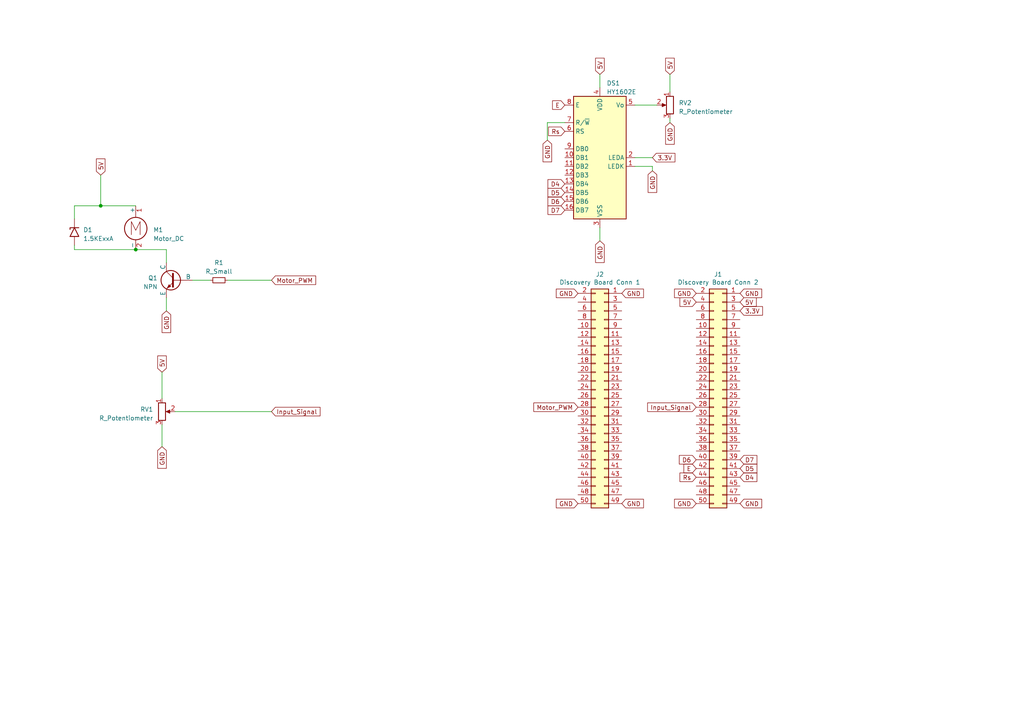
<source format=kicad_sch>
(kicad_sch (version 20230121) (generator eeschema)
  (paper "A4")
  (title_block (title "Moped Controller") (rev "v2") (company "University of Denver"))
  (lib_symbols
    (symbol "Connector_Generic:Conn_02x25_Odd_Even" (pin_names (offset 1.016) hide)
      (property "Reference" "J" (at 1.27 33.02 0))
      (property "Value" "Conn_02x25_Odd_Even" (at 1.27 -33.02 0))
      (symbol "Conn_02x25_Odd_Even_1_1"
        (rectangle (start -1.27 -30.353) (end 0 -30.607) (stroke (width 0.1524)))
        (rectangle (start -1.27 -27.813) (end 0 -28.067) (stroke (width 0.1524)))
        (rectangle (start -1.27 -25.273) (end 0 -25.527) (stroke (width 0.1524)))
        (rectangle (start -1.27 -22.733) (end 0 -22.987) (stroke (width 0.1524)))
        (rectangle (start -1.27 -20.193) (end 0 -20.447) (stroke (width 0.1524)))
        (rectangle (start -1.27 -17.653) (end 0 -17.907) (stroke (width 0.1524)))
        (rectangle (start -1.27 -15.113) (end 0 -15.367) (stroke (width 0.1524)))
        (rectangle (start -1.27 -12.573) (end 0 -12.827) (stroke (width 0.1524)))
        (rectangle (start -1.27 -10.033) (end 0 -10.287) (stroke (width 0.1524)))
        (rectangle (start -1.27 -7.493) (end 0 -7.747) (stroke (width 0.1524)))
        (rectangle (start -1.27 -4.953) (end 0 -5.207) (stroke (width 0.1524)))
        (rectangle (start -1.27 -2.413) (end 0 -2.667) (stroke (width 0.1524)))
        (rectangle (start -1.27 0.127) (end 0 -0.127) (stroke (width 0.1524)))
        (rectangle (start -1.27 2.667) (end 0 2.413) (stroke (width 0.1524)))
        (rectangle (start -1.27 5.207) (end 0 4.953) (stroke (width 0.1524)))
        (rectangle (start -1.27 7.747) (end 0 7.493) (stroke (width 0.1524)))
        (rectangle (start -1.27 10.287) (end 0 10.033) (stroke (width 0.1524)))
        (rectangle (start -1.27 12.827) (end 0 12.573) (stroke (width 0.1524)))
        (rectangle (start -1.27 15.367) (end 0 15.113) (stroke (width 0.1524)))
        (rectangle (start -1.27 17.907) (end 0 17.653) (stroke (width 0.1524)))
        (rectangle (start -1.27 20.447) (end 0 20.193) (stroke (width 0.1524)))
        (rectangle (start -1.27 22.987) (end 0 22.733) (stroke (width 0.1524)))
        (rectangle (start -1.27 25.527) (end 0 25.273) (stroke (width 0.1524)))
        (rectangle (start -1.27 28.067) (end 0 27.813) (stroke (width 0.1524)))
        (rectangle (start -1.27 30.607) (end 0 30.353) (stroke (width 0.1524)))
        (rectangle (start -1.27 31.75) (end 3.81 -31.75) (stroke (width 0.254)) (fill (type background)))
        (rectangle (start 3.81 -30.353) (end 2.54 -30.607) (stroke (width 0.1524)))
        (rectangle (start 3.81 -27.813) (end 2.54 -28.067) (stroke (width 0.1524)))
        (rectangle (start 3.81 -25.273) (end 2.54 -25.527) (stroke (width 0.1524)))
        (rectangle (start 3.81 -22.733) (end 2.54 -22.987) (stroke (width 0.1524)))
        (rectangle (start 3.81 -20.193) (end 2.54 -20.447) (stroke (width 0.1524)))
        (rectangle (start 3.81 -17.653) (end 2.54 -17.907) (stroke (width 0.1524)))
        (rectangle (start 3.81 -15.113) (end 2.54 -15.367) (stroke (width 0.1524)))
        (rectangle (start 3.81 -12.573) (end 2.54 -12.827) (stroke (width 0.1524)))
        (rectangle (start 3.81 -10.033) (end 2.54 -10.287) (stroke (width 0.1524)))
        (rectangle (start 3.81 -7.493) (end 2.54 -7.747) (stroke (width 0.1524)))
        (rectangle (start 3.81 -4.953) (end 2.54 -5.207) (stroke (width 0.1524)))
        (rectangle (start 3.81 -2.413) (end 2.54 -2.667) (stroke (width 0.1524)))
        (rectangle (start 3.81 0.127) (end 2.54 -0.127) (stroke (width 0.1524)))
        (rectangle (start 3.81 2.667) (end 2.54 2.413) (stroke (width 0.1524)))
        (rectangle (start 3.81 5.207) (end 2.54 4.953) (stroke (width 0.1524)))
        (rectangle (start 3.81 7.747) (end 2.54 7.493) (stroke (width 0.1524)))
        (rectangle (start 3.81 10.287) (end 2.54 10.033) (stroke (width 0.1524)))
        (rectangle (start 3.81 12.827) (end 2.54 12.573) (stroke (width 0.1524)))
        (rectangle (start 3.81 15.367) (end 2.54 15.113) (stroke (width 0.1524)))
        (rectangle (start 3.81 17.907) (end 2.54 17.653) (stroke (width 0.1524)))
        (rectangle (start 3.81 20.447) (end 2.54 20.193) (stroke (width 0.1524)))
        (rectangle (start 3.81 22.987) (end 2.54 22.733) (stroke (width 0.1524)))
        (rectangle (start 3.81 25.527) (end 2.54 25.273) (stroke (width 0.1524)))
        (rectangle (start 3.81 28.067) (end 2.54 27.813) (stroke (width 0.1524)))
        (rectangle (start 3.81 30.607) (end 2.54 30.353) (stroke (width 0.1524)))
        (pin passive line (at -5.08 30.48 0) (length 3.81) (name "Pin_1") (number "1"))
        (pin passive line (at 7.62 20.32 180) (length 3.81) (name "Pin_10") (number "10"))
        (pin passive line (at -5.08 17.78 0) (length 3.81) (name "Pin_11") (number "11"))
        (pin passive line (at 7.62 17.78 180) (length 3.81) (name "Pin_12") (number "12"))
        (pin passive line (at -5.08 15.24 0) (length 3.81) (name "Pin_13") (number "13"))
        (pin passive line (at 7.62 15.24 180) (length 3.81) (name "Pin_14") (number "14"))
        (pin passive line (at -5.08 12.7 0) (length 3.81) (name "Pin_15") (number "15"))
        (pin passive line (at 7.62 12.7 180) (length 3.81) (name "Pin_16") (number "16"))
        (pin passive line (at -5.08 10.16 0) (length 3.81) (name "Pin_17") (number "17"))
        (pin passive line (at 7.62 10.16 180) (length 3.81) (name "Pin_18") (number "18"))
        (pin passive line (at -5.08 7.62 0) (length 3.81) (name "Pin_19") (number "19"))
        (pin passive line (at 7.62 30.48 180) (length 3.81) (name "Pin_2") (number "2"))
        (pin passive line (at 7.62 7.62 180) (length 3.81) (name "Pin_20") (number "20"))
        (pin passive line (at -5.08 5.08 0) (length 3.81) (name "Pin_21") (number "21"))
        (pin passive line (at 7.62 5.08 180) (length 3.81) (name "Pin_22") (number "22"))
        (pin passive line (at -5.08 2.54 0) (length 3.81) (name "Pin_23") (number "23"))
        (pin passive line (at 7.62 2.54 180) (length 3.81) (name "Pin_24") (number "24"))
        (pin passive line (at -5.08 0 0) (length 3.81) (name "Pin_25") (number "25"))
        (pin passive line (at 7.62 0 180) (length 3.81) (name "Pin_26") (number "26"))
        (pin passive line (at -5.08 -2.54 0) (length 3.81) (name "Pin_27") (number "27"))
        (pin passive line (at 7.62 -2.54 180) (length 3.81) (name "Pin_28") (number "28"))
        (pin passive line (at -5.08 -5.08 0) (length 3.81) (name "Pin_29") (number "29"))
        (pin passive line (at -5.08 27.94 0) (length 3.81) (name "Pin_3") (number "3"))
        (pin passive line (at 7.62 -5.08 180) (length 3.81) (name "Pin_30") (number "30"))
        (pin passive line (at -5.08 -7.62 0) (length 3.81) (name "Pin_31") (number "31"))
        (pin passive line (at 7.62 -7.62 180) (length 3.81) (name "Pin_32") (number "32"))
        (pin passive line (at -5.08 -10.16 0) (length 3.81) (name "Pin_33") (number "33"))
        (pin passive line (at 7.62 -10.16 180) (length 3.81) (name "Pin_34") (number "34"))
        (pin passive line (at -5.08 -12.7 0) (length 3.81) (name "Pin_35") (number "35"))
        (pin passive line (at 7.62 -12.7 180) (length 3.81) (name "Pin_36") (number "36"))
        (pin passive line (at -5.08 -15.24 0) (length 3.81) (name "Pin_37") (number "37"))
        (pin passive line (at 7.62 -15.24 180) (length 3.81) (name "Pin_38") (number "38"))
        (pin passive line (at -5.08 -17.78 0) (length 3.81) (name "Pin_39") (number "39"))
        (pin passive line (at 7.62 27.94 180) (length 3.81) (name "Pin_4") (number "4"))
        (pin passive line (at 7.62 -17.78 180) (length 3.81) (name "Pin_40") (number "40"))
        (pin passive line (at -5.08 -20.32 0) (length 3.81) (name "Pin_41") (number "41"))
        (pin passive line (at 7.62 -20.32 180) (length 3.81) (name "Pin_42") (number "42"))
        (pin passive line (at -5.08 -22.86 0) (length 3.81) (name "Pin_43") (number "43"))
        (pin passive line (at 7.62 -22.86 180) (length 3.81) (name "Pin_44") (number "44"))
        (pin passive line (at -5.08 -25.4 0) (length 3.81) (name "Pin_45") (number "45"))
        (pin passive line (at 7.62 -25.4 180) (length 3.81) (name "Pin_46") (number "46"))
        (pin passive line (at -5.08 -27.94 0) (length 3.81) (name "Pin_47") (number "47"))
        (pin passive line (at 7.62 -27.94 180) (length 3.81) (name "Pin_48") (number "48"))
        (pin passive line (at -5.08 -30.48 0) (length 3.81) (name "Pin_49") (number "49"))
        (pin passive line (at -5.08 25.4 0) (length 3.81) (name "Pin_5") (number "5"))
        (pin passive line (at 7.62 -30.48 180) (length 3.81) (name "Pin_50") (number "50"))
        (pin passive line (at 7.62 25.4 180) (length 3.81) (name "Pin_6") (number "6"))
        (pin passive line (at -5.08 22.86 0) (length 3.81) (name "Pin_7") (number "7"))
        (pin passive line (at 7.62 22.86 180) (length 3.81) (name "Pin_8") (number "8"))
        (pin passive line (at -5.08 20.32 0) (length 3.81) (name "Pin_9") (number "9"))
      )
    )
    (symbol "Device:R_Potentiometer" (pin_names (offset 1.016) hide)
      (property "Reference" "RV" (at -4.445 0 90))
      (property "Value" "R_Potentiometer" (at -2.54 0 90))
      (symbol "R_Potentiometer_0_1"
        (polyline (pts (xy 2.54 0) (xy 1.524 0)))
        (polyline (pts (xy 1.143 0) (xy 2.286 0.508) (xy 2.286 -0.508) (xy 1.143 0)) (fill (type outline)))
        (rectangle (start 1.016 2.54) (end -1.016 -2.54) (stroke (width 0.254)))
      )
      (symbol "R_Potentiometer_1_1"
        (pin passive line (at 0 3.81 270) (length 1.27) (name "1") (number "1"))
        (pin passive line (at 3.81 0 180) (length 1.27) (name "2") (number "2"))
        (pin passive line (at 0 -3.81 90) (length 1.27) (name "3") (number "3"))
      )
    )
    (symbol "Device:R_Small" (pin_numbers hide) (pin_names (offset 0.254) hide)
      (property "Reference" "R" (at 0.762 0.508 0))
      (property "Value" "R_Small" (at 0.762 -1.016 0))
      (symbol "R_Small_0_1"
        (rectangle (start -0.762 1.778) (end 0.762 -1.778) (stroke (width 0.2032)))
      )
      (symbol "R_Small_1_1"
        (pin passive line (at 0 2.54 270) (length 0.762) (name "~") (number "1"))
        (pin passive line (at 0 -2.54 90) (length 0.762) (name "~") (number "2"))
      )
    )
    (symbol "Diode:1.5KExxA" (pin_numbers hide) (pin_names (offset 1.016) hide)
      (property "Reference" "D" (at 0 2.54 0))
      (property "Value" "1.5KExxA" (at 0 -2.54 0))
      (symbol "1.5KExxA_0_1"
        (polyline (pts (xy -0.762 1.27) (xy -1.27 1.27) (xy -1.27 -1.27)) (stroke (width 0.254)))
        (polyline (pts (xy 1.27 1.27) (xy 1.27 -1.27) (xy -1.27 0) (xy 1.27 1.27)) (stroke (width 0.254)))
      )
      (symbol "1.5KExxA_1_1"
        (pin passive line (at -3.81 0 0) (length 2.54) (name "A1") (number "1"))
        (pin passive line (at 3.81 0 180) (length 2.54) (name "A2") (number "2"))
      )
    )
    (symbol "Display_Character:HY1602E"
      (property "Reference" "DS" (at -6.096 19.05 0))
      (property "Value" "HY1602E" (at 5.08 19.05 0))
      (symbol "HY1602E_0_1"
        (rectangle (start -7.62 17.78) (end 7.62 -17.78) (stroke (width 0.254)) (fill (type background)))
      )
      (symbol "HY1602E_1_1"
        (pin passive line (at 10.16 -2.54 180) (length 2.54) (name "LEDK") (number "1"))
        (pin bidirectional line (at -10.16 0 0) (length 2.54) (name "DB1") (number "10"))
        (pin bidirectional line (at -10.16 -2.54 0) (length 2.54) (name "DB2") (number "11"))
        (pin bidirectional line (at -10.16 -5.08 0) (length 2.54) (name "DB3") (number "12"))
        (pin bidirectional line (at -10.16 -7.62 0) (length 2.54) (name "DB4") (number "13"))
        (pin bidirectional line (at -10.16 -10.16 0) (length 2.54) (name "DB5") (number "14"))
        (pin bidirectional line (at -10.16 -12.7 0) (length 2.54) (name "DB6") (number "15"))
        (pin bidirectional line (at -10.16 -15.24 0) (length 2.54) (name "DB7") (number "16"))
        (pin passive line (at 10.16 0 180) (length 2.54) (name "LEDA") (number "2"))
        (pin power_in line (at 0 -20.32 90) (length 2.54) (name "VSS") (number "3"))
        (pin power_in line (at 0 20.32 270) (length 2.54) (name "VDD") (number "4"))
        (pin input line (at 10.16 15.24 180) (length 2.54) (name "Vo") (number "5"))
        (pin input line (at -10.16 7.62 0) (length 2.54) (name "RS") (number "6"))
        (pin input line (at -10.16 10.16 0) (length 2.54) (name "R/~{W}") (number "7"))
        (pin input line (at -10.16 15.24 0) (length 2.54) (name "E") (number "8"))
        (pin bidirectional line (at -10.16 2.54 0) (length 2.54) (name "DB0") (number "9"))
      )
    )
    (symbol "Motor:Motor_DC" (pin_names (offset 0))
      (property "Reference" "M" (at 2.54 2.54 0))
      (property "Value" "Motor_DC" (at 2.54 -5.08 0))
      (symbol "Motor_DC_0_0"
        (polyline (pts (xy -1.27 -3.302) (xy -1.27 0.508) (xy 0 -2.032) (xy 1.27 0.508) (xy 1.27 -3.302)))
      )
      (symbol "Motor_DC_0_1"
        (circle (center 0 -1.524) (radius 3.2512) (stroke (width 0.254)))
        (polyline (pts (xy 0 -7.62) (xy 0 -7.112)))
        (polyline (pts (xy 0 -4.7752) (xy 0 -5.1816)))
        (polyline (pts (xy 0 1.7272) (xy 0 2.0828)))
        (polyline (pts (xy 0 2.032) (xy 0 2.54)))
      )
      (symbol "Motor_DC_1_1"
        (pin passive line (at 0 5.08 270) (length 2.54) (name "+") (number "1"))
        (pin passive line (at 0 -7.62 90) (length 2.54) (name "-") (number "2"))
      )
    )
    (symbol "Simulation_SPICE:NPN" (pin_numbers hide) (pin_names (offset 0))
      (property "Reference" "Q" (at -2.54 7.62 0))
      (property "Value" "NPN" (at -2.54 5.08 0))
      (symbol "NPN_0_1"
        (polyline (pts (xy -2.54 0) (xy 0.635 0)) (stroke (width 0.1524)))
        (polyline (pts (xy 0.635 0.635) (xy 2.54 2.54)))
        (polyline (pts (xy 2.794 -1.27) (xy 2.794 -1.27)) (stroke (width 0.1524)))
        (polyline (pts (xy 2.794 -1.27) (xy 2.794 -1.27)) (stroke (width 0.1524)))
        (polyline (pts (xy 0.635 -0.635) (xy 2.54 -2.54) (xy 2.54 -2.54)))
        (polyline (pts (xy 0.635 1.905) (xy 0.635 -1.905) (xy 0.635 -1.905)) (stroke (width 0.508)))
        (polyline (pts (xy 1.27 -1.778) (xy 1.778 -1.27) (xy 2.286 -2.286) (xy 1.27 -1.778) (xy 1.27 -1.778)) (fill (type outline)))
        (circle (center 1.27 0) (radius 2.8194) (stroke (width 0.254)))
      )
      (symbol "NPN_1_1"
        (pin open_collector line (at 2.54 5.08 270) (length 2.54) (name "C") (number "1"))
        (pin input line (at -5.08 0 0) (length 2.54) (name "B") (number "2"))
        (pin open_emitter line (at 2.54 -5.08 90) (length 2.54) (name "E") (number "3"))
      )
    )
  )
  (junction (at 39.37 72.39))
  (junction (at 29.21 59.69))
  (wire (pts (xy 158.75 35.56) (xy 158.75 40.64)))
  (wire (pts (xy 29.21 50.8) (xy 29.21 59.69)))
  (wire (pts (xy 189.23 48.26) (xy 189.23 49.53)))
  (wire (pts (xy 48.26 72.39) (xy 48.26 76.2)))
  (wire (pts (xy 21.59 72.39) (xy 21.59 71.12)))
  (wire (pts (xy 29.21 59.69) (xy 21.59 59.69)))
  (wire (pts (xy 163.83 35.56) (xy 158.75 35.56)))
  (wire (pts (xy 48.26 86.36) (xy 48.26 90.17)))
  (wire (pts (xy 184.15 45.72) (xy 189.23 45.72)))
  (wire (pts (xy 21.59 72.39) (xy 39.37 72.39)))
  (wire (pts (xy 50.8 119.38) (xy 78.74 119.38)))
  (wire (pts (xy 184.15 30.48) (xy 190.5 30.48)))
  (wire (pts (xy 39.37 59.69) (xy 29.21 59.69)))
  (wire (pts (xy 39.37 72.39) (xy 48.26 72.39)))
  (wire (pts (xy 46.99 107.95) (xy 46.99 115.57)))
  (wire (pts (xy 55.88 81.28) (xy 60.96 81.28)))
  (wire (pts (xy 21.59 59.69) (xy 21.59 63.5)))
  (wire (pts (xy 66.04 81.28) (xy 78.74 81.28)))
  (wire (pts (xy 184.15 48.26) (xy 189.23 48.26)))
  (wire (pts (xy 46.99 123.19) (xy 46.99 129.54)))
  (wire (pts (xy 194.31 21.59) (xy 194.31 26.67)))
  (wire (pts (xy 173.99 21.59) (xy 173.99 25.4)))
  (wire (pts (xy 194.31 34.29) (xy 194.31 35.56)))
  (wire (pts (xy 173.99 66.04) (xy 173.99 69.85)))
  (global_label "5V" (shape input) (at 194.31 21.59 90) (property "Intersheetrefs" "${INTERSHEET_REFS}" (effects hide)))
  (global_label "GND" (shape input) (at 173.99 69.85 270) (property "Intersheetrefs" "${INTERSHEET_REFS}" (effects hide)))
  (global_label "D7" (shape input) (at 214.63 133.35 0) (property "Intersheetrefs" "${INTERSHEET_REFS}" (effects hide)))
  (global_label "GND" (shape input) (at 180.34 85.09 0) (property "Intersheetrefs" "${INTERSHEET_REFS}" (effects hide)))
  (global_label "Input_Signal" (shape input) (at 78.74 119.38 0) (property "Intersheetrefs" "${INTERSHEET_REFS}" (effects hide)))
  (global_label "D4" (shape input) (at 214.63 138.43 0) (property "Intersheetrefs" "${INTERSHEET_REFS}" (effects hide)))
  (global_label "GND" (shape input) (at 48.26 90.17 270) (property "Intersheetrefs" "${INTERSHEET_REFS}" (effects hide)))
  (global_label "3.3V" (shape input) (at 189.23 45.72 0) (property "Intersheetrefs" "${INTERSHEET_REFS}" (effects hide)))
  (global_label "D6" (shape input) (at 201.93 133.35 180) (property "Intersheetrefs" "${INTERSHEET_REFS}" (effects hide)))
  (global_label "Motor_PWM" (shape input) (at 167.64 118.11 180) (property "Intersheetrefs" "${INTERSHEET_REFS}" (effects hide)))
  (global_label "GND" (shape input) (at 158.75 40.64 270) (property "Intersheetrefs" "${INTERSHEET_REFS}" (effects hide)))
  (global_label "Rs" (shape input) (at 201.93 138.43 180) (property "Intersheetrefs" "${INTERSHEET_REFS}" (effects hide)))
  (global_label "E" (shape input) (at 163.83 30.48 180) (property "Intersheetrefs" "${INTERSHEET_REFS}" (effects hide)))
  (global_label "GND" (shape input) (at 180.34 146.05 0) (property "Intersheetrefs" "${INTERSHEET_REFS}" (effects hide)))
  (global_label "Input_Signal" (shape input) (at 201.93 118.11 180) (property "Intersheetrefs" "${INTERSHEET_REFS}" (effects hide)))
  (global_label "5V" (shape input) (at 29.21 50.8 90) (property "Intersheetrefs" "${INTERSHEET_REFS}" (effects hide)))
  (global_label "GND" (shape input) (at 167.64 85.09 180) (property "Intersheetrefs" "${INTERSHEET_REFS}" (effects hide)))
  (global_label "5V" (shape input) (at 46.99 107.95 90) (property "Intersheetrefs" "${INTERSHEET_REFS}" (effects hide)))
  (global_label "GND" (shape input) (at 167.64 146.05 180) (property "Intersheetrefs" "${INTERSHEET_REFS}" (effects hide)))
  (global_label "D4" (shape input) (at 163.83 53.34 180) (property "Intersheetrefs" "${INTERSHEET_REFS}" (effects hide)))
  (global_label "D5" (shape input) (at 214.63 135.89 0) (property "Intersheetrefs" "${INTERSHEET_REFS}" (effects hide)))
  (global_label "GND" (shape input) (at 189.23 49.53 270) (property "Intersheetrefs" "${INTERSHEET_REFS}" (effects hide)))
  (global_label "E" (shape input) (at 201.93 135.89 180) (property "Intersheetrefs" "${INTERSHEET_REFS}" (effects hide)))
  (global_label "D6" (shape input) (at 163.83 58.42 180) (property "Intersheetrefs" "${INTERSHEET_REFS}" (effects hide)))
  (global_label "GND" (shape input) (at 201.93 146.05 180) (property "Intersheetrefs" "${INTERSHEET_REFS}" (effects hide)))
  (global_label "3.3V" (shape input) (at 214.63 90.17 0) (property "Intersheetrefs" "${INTERSHEET_REFS}" (effects hide)))
  (global_label "D5" (shape input) (at 163.83 55.88 180) (property "Intersheetrefs" "${INTERSHEET_REFS}" (effects hide)))
  (global_label "Motor_PWM" (shape input) (at 78.74 81.28 0) (property "Intersheetrefs" "${INTERSHEET_REFS}" (effects hide)))
  (global_label "GND" (shape input) (at 214.63 85.09 0) (property "Intersheetrefs" "${INTERSHEET_REFS}" (effects hide)))
  (global_label "5V" (shape input) (at 201.93 87.63 180) (property "Intersheetrefs" "${INTERSHEET_REFS}" (effects hide)))
  (global_label "GND" (shape input) (at 194.31 35.56 270) (property "Intersheetrefs" "${INTERSHEET_REFS}" (effects hide)))
  (global_label "D7" (shape input) (at 163.83 60.96 180) (property "Intersheetrefs" "${INTERSHEET_REFS}" (effects hide)))
  (global_label "5V" (shape input) (at 214.63 87.63 0) (property "Intersheetrefs" "${INTERSHEET_REFS}" (effects hide)))
  (global_label "5V" (shape input) (at 173.99 21.59 90) (property "Intersheetrefs" "${INTERSHEET_REFS}" (effects hide)))
  (global_label "GND" (shape input) (at 201.93 85.09 180) (property "Intersheetrefs" "${INTERSHEET_REFS}" (effects hide)))
  (global_label "Rs" (shape input) (at 163.83 38.1 180) (property "Intersheetrefs" "${INTERSHEET_REFS}" (effects hide)))
  (global_label "GND" (shape input) (at 46.99 129.54 270) (property "Intersheetrefs" "${INTERSHEET_REFS}" (effects hide)))
  (global_label "GND" (shape input) (at 214.63 146.05 0) (property "Intersheetrefs" "${INTERSHEET_REFS}" (effects hide)))
  (symbol (lib_id "Simulation_SPICE:NPN") (at 50.8 81.28 0) (mirror y) (unit 1)
    (property "Reference" "Q1" (at 45.72 80.645 0) (effects (justify left)))
    (property "Value" "NPN" (at 45.72 83.185 0) (effects (justify left)))
    (property "Footprint" "Package_TO_SOT_THT:TO-92L_HandSolder" (effects hide))
    (property "Sim.Device" "NPN" (effects hide))
    (property "Sim.Type" "GUMMELPOON" (effects hide))
    (property "Sim.Pins" "1=C 2=B 3=E" (effects hide))
  )
  (symbol (lib_id "Device:R_Potentiometer") (at 46.99 119.38 0) (unit 1)
    (property "Reference" "RV1" (at 44.45 118.745 0) (effects (justify right)))
    (property "Value" "R_Potentiometer" (at 44.45 121.285 0) (effects (justify right)))
    (property "Footprint" "Potentiometer_SMD:Potentiometer_ACP_CA6-VSMD_Vertical" (effects hide))
  )
  (symbol (lib_id "Connector_Generic:Conn_02x25_Odd_Even") (at 175.26 115.57 0) (mirror y) (unit 1)
    (property "Reference" "J2" (at 173.99 79.5782 0))
    (property "Value" "Discovery Board Conn 1" (at 173.99 81.8896 0))
    (property "Footprint" "Connector_PinSocket_2.54mm:PinSocket_2x25_P2.54mm_Vertical" (effects hide))
  )
  (symbol (lib_id "Display_Character:HY1602E") (at 173.99 45.72 0) (unit 1)
    (property "Reference" "DS1" (at 175.9459 24.13 0) (effects (justify left)))
    (property "Value" "HY1602E" (at 175.9459 26.67 0) (effects (justify left)))
    (property "Footprint" "Display:HY1602E" (effects hide))
    (property "Datasheet" "http://www.icbank.com/data/ICBShop/board/HY1602E.pdf" (effects hide))
  )
  (symbol (lib_id "Diode:1.5KExxA") (at 21.59 67.31 90) (mirror x) (unit 1)
    (property "Reference" "D1" (at 24.13 66.675 90) (effects (justify right)))
    (property "Value" "1.5KExxA" (at 24.13 69.215 90) (effects (justify right)))
    (property "Footprint" "Diode_THT:D_DO-201AE_P15.24mm_Horizontal" (effects hide))
    (property "Datasheet" "https://www.vishay.com/docs/88301/15ke.pdf" (effects hide))
  )
  (symbol (lib_id "Device:R_Potentiometer") (at 194.31 30.48 0) (mirror y) (unit 1)
    (property "Reference" "RV2" (at 196.85 29.845 0) (effects (justify right)))
    (property "Value" "R_Potentiometer" (at 196.85 32.385 0) (effects (justify right)))
    (property "Footprint" "Potentiometer_SMD:Potentiometer_ACP_CA6-VSMD_Vertical" (effects hide))
  )
  (symbol (lib_id "Connector_Generic:Conn_02x25_Odd_Even") (at 209.55 115.57 0) (mirror y) (unit 1)
    (property "Reference" "J1" (at 208.28 79.5782 0))
    (property "Value" "Discovery Board Conn 2" (at 208.28 81.8896 0))
    (property "Footprint" "Connector_PinSocket_2.54mm:PinSocket_2x25_P2.54mm_Vertical" (effects hide))
  )
  (symbol (lib_id "Device:R_Small") (at 63.5 81.28 270) (mirror x) (unit 1)
    (property "Reference" "R1" (at 63.5 76.2 90))
    (property "Value" "R_Small" (at 63.5 78.74 90))
    (property "Footprint" "Resistor_THT:R_Axial_DIN0414_L11.9mm_D4.5mm_P25.40mm_Horizontal" (effects hide))
  )
  (symbol (lib_id "Motor:Motor_DC") (at 39.37 64.77 0) (mirror y) (unit 1)
    (property "Reference" "M1" (at 44.45 66.675 0) (effects (justify right)))
    (property "Value" "Motor_DC" (at 44.45 69.215 0) (effects (justify right)))
    (property "Footprint" "Motors:Vybronics_VZ30C1T8219732L" (effects hide))
  )
)
</source>
